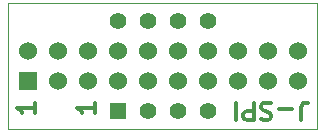
<source format=gts>
G04 (created by PCBNEW (2013-07-07 BZR 4022)-stable) date 7/10/2015 1:05:57 PM*
%MOIN*%
G04 Gerber Fmt 3.4, Leading zero omitted, Abs format*
%FSLAX34Y34*%
G01*
G70*
G90*
G04 APERTURE LIST*
%ADD10C,0.00590551*%
%ADD11C,0.011811*%
%ADD12C,0.00393701*%
%ADD13R,0.06X0.06*%
%ADD14C,0.06*%
%ADD15R,0.055X0.055*%
%ADD16C,0.055*%
G04 APERTURE END LIST*
G54D10*
G54D11*
X83598Y-66801D02*
X83598Y-66379D01*
X83626Y-66295D01*
X83682Y-66239D01*
X83767Y-66210D01*
X83823Y-66210D01*
X83317Y-66435D02*
X82867Y-66435D01*
X82614Y-66239D02*
X82529Y-66210D01*
X82389Y-66210D01*
X82332Y-66239D01*
X82304Y-66267D01*
X82276Y-66323D01*
X82276Y-66379D01*
X82304Y-66435D01*
X82332Y-66464D01*
X82389Y-66492D01*
X82501Y-66520D01*
X82557Y-66548D01*
X82585Y-66576D01*
X82614Y-66632D01*
X82614Y-66689D01*
X82585Y-66745D01*
X82557Y-66773D01*
X82501Y-66801D01*
X82360Y-66801D01*
X82276Y-66773D01*
X82023Y-66210D02*
X82023Y-66801D01*
X81798Y-66801D01*
X81742Y-66773D01*
X81714Y-66745D01*
X81686Y-66689D01*
X81686Y-66604D01*
X81714Y-66548D01*
X81742Y-66520D01*
X81798Y-66492D01*
X82023Y-66492D01*
X81432Y-66210D02*
X81432Y-66801D01*
G54D12*
X84150Y-62950D02*
X84150Y-62900D01*
X84150Y-67100D02*
X84150Y-62950D01*
X73850Y-67100D02*
X84150Y-67100D01*
X73850Y-66950D02*
X73850Y-67100D01*
X73850Y-62900D02*
X73850Y-66950D01*
X84150Y-62900D02*
X73850Y-62900D01*
G54D11*
X74739Y-66231D02*
X74739Y-66568D01*
X74739Y-66399D02*
X74148Y-66399D01*
X74232Y-66456D01*
X74289Y-66512D01*
X74317Y-66568D01*
X76739Y-66231D02*
X76739Y-66568D01*
X76739Y-66399D02*
X76148Y-66399D01*
X76232Y-66456D01*
X76289Y-66512D01*
X76317Y-66568D01*
G54D13*
X74500Y-65500D03*
G54D14*
X74500Y-64500D03*
X75500Y-65500D03*
X75500Y-64500D03*
X76500Y-65500D03*
X76500Y-64500D03*
X77500Y-65500D03*
X77500Y-64500D03*
X78500Y-65500D03*
X78500Y-64500D03*
X79500Y-65500D03*
X79500Y-64500D03*
X80500Y-65500D03*
X80500Y-64500D03*
X81500Y-65500D03*
X81500Y-64500D03*
X82500Y-65500D03*
X82500Y-64500D03*
X83500Y-65500D03*
X83500Y-64500D03*
G54D15*
X77500Y-66500D03*
G54D16*
X78500Y-66500D03*
X79500Y-66500D03*
X80500Y-66500D03*
X80500Y-63500D03*
X79500Y-63500D03*
X78500Y-63500D03*
X77500Y-63500D03*
M02*

</source>
